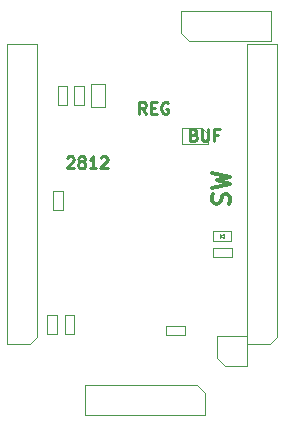
<source format=gbr>
G04 #@! TF.GenerationSoftware,KiCad,Pcbnew,5.1.2-f72e74a~84~ubuntu18.04.1*
G04 #@! TF.CreationDate,2019-07-21T18:26:22-06:00*
G04 #@! TF.ProjectId,rfboard,7266626f-6172-4642-9e6b-696361645f70,rev?*
G04 #@! TF.SameCoordinates,Original*
G04 #@! TF.FileFunction,Other,Fab,Top*
%FSLAX46Y46*%
G04 Gerber Fmt 4.6, Leading zero omitted, Abs format (unit mm)*
G04 Created by KiCad (PCBNEW 5.1.2-f72e74a~84~ubuntu18.04.1) date 2019-07-21 18:26:22*
%MOMM*%
%LPD*%
G04 APERTURE LIST*
%ADD10C,0.300000*%
%ADD11C,0.250000*%
%ADD12C,0.100000*%
G04 APERTURE END LIST*
D10*
X125007142Y-144285714D02*
X125078571Y-144071428D01*
X125078571Y-143714285D01*
X125007142Y-143571428D01*
X124935714Y-143500000D01*
X124792857Y-143428571D01*
X124650000Y-143428571D01*
X124507142Y-143500000D01*
X124435714Y-143571428D01*
X124364285Y-143714285D01*
X124292857Y-144000000D01*
X124221428Y-144142857D01*
X124150000Y-144214285D01*
X124007142Y-144285714D01*
X123864285Y-144285714D01*
X123721428Y-144214285D01*
X123650000Y-144142857D01*
X123578571Y-144000000D01*
X123578571Y-143642857D01*
X123650000Y-143428571D01*
X123578571Y-142928571D02*
X125078571Y-142571428D01*
X124007142Y-142285714D01*
X125078571Y-142000000D01*
X123578571Y-141642857D01*
D11*
X111285714Y-140347619D02*
X111333333Y-140300000D01*
X111428571Y-140252380D01*
X111666666Y-140252380D01*
X111761904Y-140300000D01*
X111809523Y-140347619D01*
X111857142Y-140442857D01*
X111857142Y-140538095D01*
X111809523Y-140680952D01*
X111238095Y-141252380D01*
X111857142Y-141252380D01*
X112428571Y-140680952D02*
X112333333Y-140633333D01*
X112285714Y-140585714D01*
X112238095Y-140490476D01*
X112238095Y-140442857D01*
X112285714Y-140347619D01*
X112333333Y-140300000D01*
X112428571Y-140252380D01*
X112619047Y-140252380D01*
X112714285Y-140300000D01*
X112761904Y-140347619D01*
X112809523Y-140442857D01*
X112809523Y-140490476D01*
X112761904Y-140585714D01*
X112714285Y-140633333D01*
X112619047Y-140680952D01*
X112428571Y-140680952D01*
X112333333Y-140728571D01*
X112285714Y-140776190D01*
X112238095Y-140871428D01*
X112238095Y-141061904D01*
X112285714Y-141157142D01*
X112333333Y-141204761D01*
X112428571Y-141252380D01*
X112619047Y-141252380D01*
X112714285Y-141204761D01*
X112761904Y-141157142D01*
X112809523Y-141061904D01*
X112809523Y-140871428D01*
X112761904Y-140776190D01*
X112714285Y-140728571D01*
X112619047Y-140680952D01*
X113761904Y-141252380D02*
X113190476Y-141252380D01*
X113476190Y-141252380D02*
X113476190Y-140252380D01*
X113380952Y-140395238D01*
X113285714Y-140490476D01*
X113190476Y-140538095D01*
X114142857Y-140347619D02*
X114190476Y-140300000D01*
X114285714Y-140252380D01*
X114523809Y-140252380D01*
X114619047Y-140300000D01*
X114666666Y-140347619D01*
X114714285Y-140442857D01*
X114714285Y-140538095D01*
X114666666Y-140680952D01*
X114095238Y-141252380D01*
X114714285Y-141252380D01*
X122019047Y-138428571D02*
X122161904Y-138476190D01*
X122209523Y-138523809D01*
X122257142Y-138619047D01*
X122257142Y-138761904D01*
X122209523Y-138857142D01*
X122161904Y-138904761D01*
X122066666Y-138952380D01*
X121685714Y-138952380D01*
X121685714Y-137952380D01*
X122019047Y-137952380D01*
X122114285Y-138000000D01*
X122161904Y-138047619D01*
X122209523Y-138142857D01*
X122209523Y-138238095D01*
X122161904Y-138333333D01*
X122114285Y-138380952D01*
X122019047Y-138428571D01*
X121685714Y-138428571D01*
X122685714Y-137952380D02*
X122685714Y-138761904D01*
X122733333Y-138857142D01*
X122780952Y-138904761D01*
X122876190Y-138952380D01*
X123066666Y-138952380D01*
X123161904Y-138904761D01*
X123209523Y-138857142D01*
X123257142Y-138761904D01*
X123257142Y-137952380D01*
X124066666Y-138428571D02*
X123733333Y-138428571D01*
X123733333Y-138952380D02*
X123733333Y-137952380D01*
X124209523Y-137952380D01*
X117957142Y-136652380D02*
X117623809Y-136176190D01*
X117385714Y-136652380D02*
X117385714Y-135652380D01*
X117766666Y-135652380D01*
X117861904Y-135700000D01*
X117909523Y-135747619D01*
X117957142Y-135842857D01*
X117957142Y-135985714D01*
X117909523Y-136080952D01*
X117861904Y-136128571D01*
X117766666Y-136176190D01*
X117385714Y-136176190D01*
X118385714Y-136128571D02*
X118719047Y-136128571D01*
X118861904Y-136652380D02*
X118385714Y-136652380D01*
X118385714Y-135652380D01*
X118861904Y-135652380D01*
X119814285Y-135700000D02*
X119719047Y-135652380D01*
X119576190Y-135652380D01*
X119433333Y-135700000D01*
X119338095Y-135795238D01*
X119290476Y-135890476D01*
X119242857Y-136080952D01*
X119242857Y-136223809D01*
X119290476Y-136414285D01*
X119338095Y-136509523D01*
X119433333Y-136604761D01*
X119576190Y-136652380D01*
X119671428Y-136652380D01*
X119814285Y-136604761D01*
X119861904Y-136557142D01*
X119861904Y-136223809D01*
X119671428Y-136223809D01*
D12*
X124200000Y-146800000D02*
X124200000Y-147200000D01*
X124250000Y-147000000D02*
X124550000Y-146800000D01*
X124550000Y-147200000D02*
X124250000Y-147000000D01*
X124550000Y-146800000D02*
X124550000Y-147200000D01*
X125200000Y-147400000D02*
X123600000Y-147400000D01*
X125200000Y-146600000D02*
X125200000Y-147400000D01*
X123600000Y-146600000D02*
X125200000Y-146600000D01*
X123600000Y-147400000D02*
X123600000Y-146600000D01*
X111300000Y-135900000D02*
X110500000Y-135900000D01*
X111300000Y-134300000D02*
X111300000Y-135900000D01*
X110500000Y-134300000D02*
X111300000Y-134300000D01*
X110500000Y-135900000D02*
X110500000Y-134300000D01*
X112700000Y-135900000D02*
X111900000Y-135900000D01*
X112700000Y-134300000D02*
X112700000Y-135900000D01*
X111900000Y-134300000D02*
X112700000Y-134300000D01*
X111900000Y-135900000D02*
X111900000Y-134300000D01*
X113280000Y-136100000D02*
X113280000Y-134100000D01*
X113280000Y-134100000D02*
X114520000Y-134100000D01*
X114520000Y-134100000D02*
X114520000Y-136100000D01*
X114520000Y-136100000D02*
X113280000Y-136100000D01*
X108135000Y-156170000D02*
X106230000Y-156170000D01*
X106230000Y-156170000D02*
X106230000Y-130770000D01*
X106230000Y-130770000D02*
X108770000Y-130770000D01*
X108770000Y-130770000D02*
X108770000Y-155535000D01*
X108770000Y-155535000D02*
X108135000Y-156170000D01*
X128455000Y-156170000D02*
X126550000Y-156170000D01*
X126550000Y-156170000D02*
X126550000Y-130770000D01*
X126550000Y-130770000D02*
X129090000Y-130770000D01*
X129090000Y-130770000D02*
X129090000Y-155535000D01*
X129090000Y-155535000D02*
X128455000Y-156170000D01*
X120950000Y-129835000D02*
X120950000Y-127930000D01*
X120950000Y-127930000D02*
X128570000Y-127930000D01*
X128570000Y-127930000D02*
X128570000Y-130470000D01*
X128570000Y-130470000D02*
X121585000Y-130470000D01*
X121585000Y-130470000D02*
X120950000Y-129835000D01*
X122950000Y-160265000D02*
X122950000Y-162170000D01*
X122950000Y-162170000D02*
X112790000Y-162170000D01*
X112790000Y-162170000D02*
X112790000Y-159630000D01*
X112790000Y-159630000D02*
X122315000Y-159630000D01*
X122315000Y-159630000D02*
X122950000Y-160265000D01*
X125250000Y-148000000D02*
X125250000Y-148800000D01*
X123650000Y-148000000D02*
X125250000Y-148000000D01*
X123650000Y-148800000D02*
X123650000Y-148000000D01*
X125250000Y-148800000D02*
X123650000Y-148800000D01*
X123200000Y-139175000D02*
X123200000Y-138325000D01*
X122700000Y-137825000D02*
X121000000Y-137825000D01*
X123200000Y-139175000D02*
X121000000Y-139175000D01*
X121000000Y-139175000D02*
X121000000Y-137825000D01*
X123200000Y-138325000D02*
X122700000Y-137825000D01*
X109600000Y-153700000D02*
X110400000Y-153700000D01*
X109600000Y-155300000D02*
X109600000Y-153700000D01*
X110400000Y-155300000D02*
X109600000Y-155300000D01*
X110400000Y-153700000D02*
X110400000Y-155300000D01*
X111100000Y-153700000D02*
X111900000Y-153700000D01*
X111100000Y-155300000D02*
X111100000Y-153700000D01*
X111900000Y-155300000D02*
X111100000Y-155300000D01*
X111900000Y-153700000D02*
X111900000Y-155300000D01*
X123980000Y-157335000D02*
X123980000Y-155430000D01*
X123980000Y-155430000D02*
X126520000Y-155430000D01*
X126520000Y-155430000D02*
X126520000Y-157970000D01*
X126520000Y-157970000D02*
X124615000Y-157970000D01*
X124615000Y-157970000D02*
X123980000Y-157335000D01*
X110100000Y-143200000D02*
X110900000Y-143200000D01*
X110900000Y-143200000D02*
X110900000Y-144800000D01*
X110900000Y-144800000D02*
X110100000Y-144800000D01*
X110100000Y-144800000D02*
X110100000Y-143200000D01*
X119700000Y-154600000D02*
X121300000Y-154600000D01*
X119700000Y-155400000D02*
X119700000Y-154600000D01*
X121300000Y-155400000D02*
X119700000Y-155400000D01*
X121300000Y-154600000D02*
X121300000Y-155400000D01*
M02*

</source>
